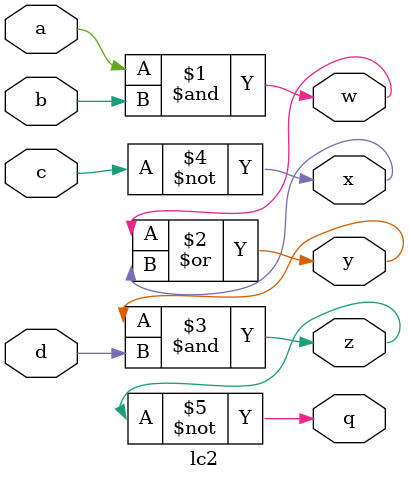
<source format=v>
module lc2(a,b,c,d,w,x,y,z,q);
input a,b,c,d;
output w,x,y,z,q;

and(w,a,b);
not(x,c);
or(y,w,x);
and(z,y,d);
not(q,z);

endmodule
</source>
